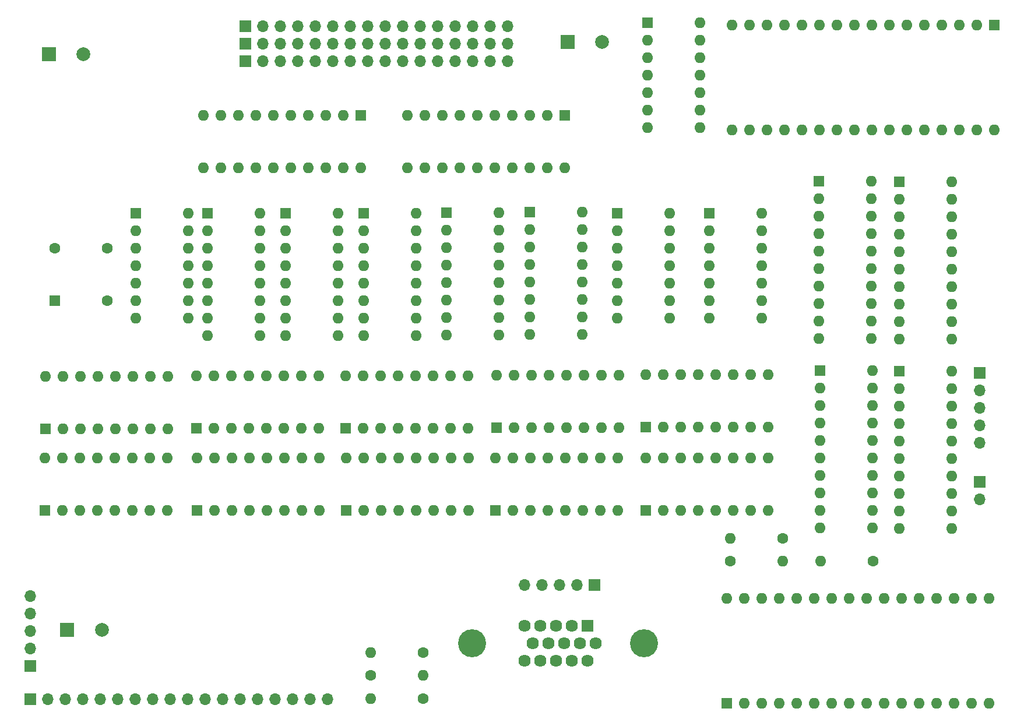
<source format=gts>
%TF.GenerationSoftware,KiCad,Pcbnew,5.1.12-84ad8e8a86~92~ubuntu18.04.1*%
%TF.CreationDate,2022-02-09T16:29:34-05:00*%
%TF.ProjectId,kicad,6b696361-642e-46b6-9963-61645f706362,rev?*%
%TF.SameCoordinates,Original*%
%TF.FileFunction,Soldermask,Top*%
%TF.FilePolarity,Negative*%
%FSLAX46Y46*%
G04 Gerber Fmt 4.6, Leading zero omitted, Abs format (unit mm)*
G04 Created by KiCad (PCBNEW 5.1.12-84ad8e8a86~92~ubuntu18.04.1) date 2022-02-09 16:29:34*
%MOMM*%
%LPD*%
G01*
G04 APERTURE LIST*
%ADD10C,1.600000*%
%ADD11R,1.600000X1.600000*%
%ADD12O,1.600000X1.600000*%
%ADD13O,1.700000X1.700000*%
%ADD14R,1.700000X1.700000*%
%ADD15C,4.066000*%
%ADD16C,1.785000*%
%ADD17R,1.785000X1.785000*%
%ADD18C,2.000000*%
%ADD19R,2.000000X2.000000*%
G04 APERTURE END LIST*
D10*
%TO.C,X1*%
X293370000Y-196951600D03*
X293370000Y-189331600D03*
X285750000Y-189331600D03*
D11*
X285750000Y-196951600D03*
%TD*%
D12*
%TO.C,U27*%
X416102800Y-207162400D03*
X408482800Y-230022400D03*
X416102800Y-209702400D03*
X408482800Y-227482400D03*
X416102800Y-212242400D03*
X408482800Y-224942400D03*
X416102800Y-214782400D03*
X408482800Y-222402400D03*
X416102800Y-217322400D03*
X408482800Y-219862400D03*
X416102800Y-219862400D03*
X408482800Y-217322400D03*
X416102800Y-222402400D03*
X408482800Y-214782400D03*
X416102800Y-224942400D03*
X408482800Y-212242400D03*
X416102800Y-227482400D03*
X408482800Y-209702400D03*
X416102800Y-230022400D03*
D11*
X408482800Y-207162400D03*
%TD*%
D12*
%TO.C,U26*%
X416052000Y-179679600D03*
X408432000Y-202539600D03*
X416052000Y-182219600D03*
X408432000Y-199999600D03*
X416052000Y-184759600D03*
X408432000Y-197459600D03*
X416052000Y-187299600D03*
X408432000Y-194919600D03*
X416052000Y-189839600D03*
X408432000Y-192379600D03*
X416052000Y-192379600D03*
X408432000Y-189839600D03*
X416052000Y-194919600D03*
X408432000Y-187299600D03*
X416052000Y-197459600D03*
X408432000Y-184759600D03*
X416052000Y-199999600D03*
X408432000Y-182219600D03*
X416052000Y-202539600D03*
D11*
X408432000Y-179679600D03*
%TD*%
D12*
%TO.C,U25*%
X404520400Y-207111600D03*
X396900400Y-229971600D03*
X404520400Y-209651600D03*
X396900400Y-227431600D03*
X404520400Y-212191600D03*
X396900400Y-224891600D03*
X404520400Y-214731600D03*
X396900400Y-222351600D03*
X404520400Y-217271600D03*
X396900400Y-219811600D03*
X404520400Y-219811600D03*
X396900400Y-217271600D03*
X404520400Y-222351600D03*
X396900400Y-214731600D03*
X404520400Y-224891600D03*
X396900400Y-212191600D03*
X404520400Y-227431600D03*
X396900400Y-209651600D03*
X404520400Y-229971600D03*
D11*
X396900400Y-207111600D03*
%TD*%
D12*
%TO.C,U24*%
X404368000Y-179578000D03*
X396748000Y-202438000D03*
X404368000Y-182118000D03*
X396748000Y-199898000D03*
X404368000Y-184658000D03*
X396748000Y-197358000D03*
X404368000Y-187198000D03*
X396748000Y-194818000D03*
X404368000Y-189738000D03*
X396748000Y-192278000D03*
X404368000Y-192278000D03*
X396748000Y-189738000D03*
X404368000Y-194818000D03*
X396748000Y-187198000D03*
X404368000Y-197358000D03*
X396748000Y-184658000D03*
X404368000Y-199898000D03*
X396748000Y-182118000D03*
X404368000Y-202438000D03*
D11*
X396748000Y-179578000D03*
%TD*%
D12*
%TO.C,U23*%
X422249600Y-172110400D03*
X384149600Y-156870400D03*
X419709600Y-172110400D03*
X386689600Y-156870400D03*
X417169600Y-172110400D03*
X389229600Y-156870400D03*
X414629600Y-172110400D03*
X391769600Y-156870400D03*
X412089600Y-172110400D03*
X394309600Y-156870400D03*
X409549600Y-172110400D03*
X396849600Y-156870400D03*
X407009600Y-172110400D03*
X399389600Y-156870400D03*
X404469600Y-172110400D03*
X401929600Y-156870400D03*
X401929600Y-172110400D03*
X404469600Y-156870400D03*
X399389600Y-172110400D03*
X407009600Y-156870400D03*
X396849600Y-172110400D03*
X409549600Y-156870400D03*
X394309600Y-172110400D03*
X412089600Y-156870400D03*
X391769600Y-172110400D03*
X414629600Y-156870400D03*
X389229600Y-172110400D03*
X417169600Y-156870400D03*
X386689600Y-172110400D03*
X419709600Y-156870400D03*
X384149600Y-172110400D03*
D11*
X422249600Y-156870400D03*
%TD*%
D12*
%TO.C,U22*%
X388467600Y-184200800D03*
X380847600Y-199440800D03*
X388467600Y-186740800D03*
X380847600Y-196900800D03*
X388467600Y-189280800D03*
X380847600Y-194360800D03*
X388467600Y-191820800D03*
X380847600Y-191820800D03*
X388467600Y-194360800D03*
X380847600Y-189280800D03*
X388467600Y-196900800D03*
X380847600Y-186740800D03*
X388467600Y-199440800D03*
D11*
X380847600Y-184200800D03*
%TD*%
D12*
%TO.C,U21*%
X383387600Y-240182400D03*
X421487600Y-255422400D03*
X385927600Y-240182400D03*
X418947600Y-255422400D03*
X388467600Y-240182400D03*
X416407600Y-255422400D03*
X391007600Y-240182400D03*
X413867600Y-255422400D03*
X393547600Y-240182400D03*
X411327600Y-255422400D03*
X396087600Y-240182400D03*
X408787600Y-255422400D03*
X398627600Y-240182400D03*
X406247600Y-255422400D03*
X401167600Y-240182400D03*
X403707600Y-255422400D03*
X403707600Y-240182400D03*
X401167600Y-255422400D03*
X406247600Y-240182400D03*
X398627600Y-255422400D03*
X408787600Y-240182400D03*
X396087600Y-255422400D03*
X411327600Y-240182400D03*
X393547600Y-255422400D03*
X413867600Y-240182400D03*
X391007600Y-255422400D03*
X416407600Y-240182400D03*
X388467600Y-255422400D03*
X418947600Y-240182400D03*
X385927600Y-255422400D03*
X421487600Y-240182400D03*
D11*
X383387600Y-255422400D03*
%TD*%
D12*
%TO.C,U20*%
X375056400Y-184251600D03*
X367436400Y-199491600D03*
X375056400Y-186791600D03*
X367436400Y-196951600D03*
X375056400Y-189331600D03*
X367436400Y-194411600D03*
X375056400Y-191871600D03*
X367436400Y-191871600D03*
X375056400Y-194411600D03*
X367436400Y-189331600D03*
X375056400Y-196951600D03*
X367436400Y-186791600D03*
X375056400Y-199491600D03*
D11*
X367436400Y-184251600D03*
%TD*%
D12*
%TO.C,U19*%
X362407200Y-184099200D03*
X354787200Y-201879200D03*
X362407200Y-186639200D03*
X354787200Y-199339200D03*
X362407200Y-189179200D03*
X354787200Y-196799200D03*
X362407200Y-191719200D03*
X354787200Y-194259200D03*
X362407200Y-194259200D03*
X354787200Y-191719200D03*
X362407200Y-196799200D03*
X354787200Y-189179200D03*
X362407200Y-199339200D03*
X354787200Y-186639200D03*
X362407200Y-201879200D03*
D11*
X354787200Y-184099200D03*
%TD*%
D12*
%TO.C,U18*%
X379476000Y-156565600D03*
X371856000Y-171805600D03*
X379476000Y-159105600D03*
X371856000Y-169265600D03*
X379476000Y-161645600D03*
X371856000Y-166725600D03*
X379476000Y-164185600D03*
X371856000Y-164185600D03*
X379476000Y-166725600D03*
X371856000Y-161645600D03*
X379476000Y-169265600D03*
X371856000Y-159105600D03*
X379476000Y-171805600D03*
D11*
X371856000Y-156565600D03*
%TD*%
D12*
%TO.C,U17*%
X350316800Y-184150000D03*
X342696800Y-201930000D03*
X350316800Y-186690000D03*
X342696800Y-199390000D03*
X350316800Y-189230000D03*
X342696800Y-196850000D03*
X350316800Y-191770000D03*
X342696800Y-194310000D03*
X350316800Y-194310000D03*
X342696800Y-191770000D03*
X350316800Y-196850000D03*
X342696800Y-189230000D03*
X350316800Y-199390000D03*
X342696800Y-186690000D03*
X350316800Y-201930000D03*
D11*
X342696800Y-184150000D03*
%TD*%
D12*
%TO.C,U16*%
X371602000Y-207721200D03*
X389382000Y-215341200D03*
X374142000Y-207721200D03*
X386842000Y-215341200D03*
X376682000Y-207721200D03*
X384302000Y-215341200D03*
X379222000Y-207721200D03*
X381762000Y-215341200D03*
X381762000Y-207721200D03*
X379222000Y-215341200D03*
X384302000Y-207721200D03*
X376682000Y-215341200D03*
X386842000Y-207721200D03*
X374142000Y-215341200D03*
X389382000Y-207721200D03*
D11*
X371602000Y-215341200D03*
%TD*%
D12*
%TO.C,U15*%
X371652800Y-219760800D03*
X389432800Y-227380800D03*
X374192800Y-219760800D03*
X386892800Y-227380800D03*
X376732800Y-219760800D03*
X384352800Y-227380800D03*
X379272800Y-219760800D03*
X381812800Y-227380800D03*
X381812800Y-219760800D03*
X379272800Y-227380800D03*
X384352800Y-219760800D03*
X376732800Y-227380800D03*
X386892800Y-219760800D03*
X374192800Y-227380800D03*
X389432800Y-219760800D03*
D11*
X371652800Y-227380800D03*
%TD*%
D12*
%TO.C,U14*%
X338226400Y-184200800D03*
X330606400Y-201980800D03*
X338226400Y-186740800D03*
X330606400Y-199440800D03*
X338226400Y-189280800D03*
X330606400Y-196900800D03*
X338226400Y-191820800D03*
X330606400Y-194360800D03*
X338226400Y-194360800D03*
X330606400Y-191820800D03*
X338226400Y-196900800D03*
X330606400Y-189280800D03*
X338226400Y-199440800D03*
X330606400Y-186740800D03*
X338226400Y-201980800D03*
D11*
X330606400Y-184200800D03*
%TD*%
D12*
%TO.C,U13*%
X349910400Y-207772000D03*
X367690400Y-215392000D03*
X352450400Y-207772000D03*
X365150400Y-215392000D03*
X354990400Y-207772000D03*
X362610400Y-215392000D03*
X357530400Y-207772000D03*
X360070400Y-215392000D03*
X360070400Y-207772000D03*
X357530400Y-215392000D03*
X362610400Y-207772000D03*
X354990400Y-215392000D03*
X365150400Y-207772000D03*
X352450400Y-215392000D03*
X367690400Y-207772000D03*
D11*
X349910400Y-215392000D03*
%TD*%
D12*
%TO.C,U12*%
X349758000Y-219760800D03*
X367538000Y-227380800D03*
X352298000Y-219760800D03*
X364998000Y-227380800D03*
X354838000Y-219760800D03*
X362458000Y-227380800D03*
X357378000Y-219760800D03*
X359918000Y-227380800D03*
X359918000Y-219760800D03*
X357378000Y-227380800D03*
X362458000Y-219760800D03*
X354838000Y-227380800D03*
X364998000Y-219760800D03*
X352298000Y-227380800D03*
X367538000Y-219760800D03*
D11*
X349758000Y-227380800D03*
%TD*%
D12*
%TO.C,U11*%
X326948800Y-184200800D03*
X319328800Y-201980800D03*
X326948800Y-186740800D03*
X319328800Y-199440800D03*
X326948800Y-189280800D03*
X319328800Y-196900800D03*
X326948800Y-191820800D03*
X319328800Y-194360800D03*
X326948800Y-194360800D03*
X319328800Y-191820800D03*
X326948800Y-196900800D03*
X319328800Y-189280800D03*
X326948800Y-199440800D03*
X319328800Y-186740800D03*
X326948800Y-201980800D03*
D11*
X319328800Y-184200800D03*
%TD*%
D12*
%TO.C,U10*%
X359816400Y-177647600D03*
X336956400Y-170027600D03*
X357276400Y-177647600D03*
X339496400Y-170027600D03*
X354736400Y-177647600D03*
X342036400Y-170027600D03*
X352196400Y-177647600D03*
X344576400Y-170027600D03*
X349656400Y-177647600D03*
X347116400Y-170027600D03*
X347116400Y-177647600D03*
X349656400Y-170027600D03*
X344576400Y-177647600D03*
X352196400Y-170027600D03*
X342036400Y-177647600D03*
X354736400Y-170027600D03*
X339496400Y-177647600D03*
X357276400Y-170027600D03*
X336956400Y-177647600D03*
D11*
X359816400Y-170027600D03*
%TD*%
D12*
%TO.C,U9*%
X328066400Y-219760800D03*
X345846400Y-227380800D03*
X330606400Y-219760800D03*
X343306400Y-227380800D03*
X333146400Y-219760800D03*
X340766400Y-227380800D03*
X335686400Y-219760800D03*
X338226400Y-227380800D03*
X338226400Y-219760800D03*
X335686400Y-227380800D03*
X340766400Y-219760800D03*
X333146400Y-227380800D03*
X343306400Y-219760800D03*
X330606400Y-227380800D03*
X345846400Y-219760800D03*
D11*
X328066400Y-227380800D03*
%TD*%
D12*
%TO.C,U8*%
X328015600Y-207822800D03*
X345795600Y-215442800D03*
X330555600Y-207822800D03*
X343255600Y-215442800D03*
X333095600Y-207822800D03*
X340715600Y-215442800D03*
X335635600Y-207822800D03*
X338175600Y-215442800D03*
X338175600Y-207822800D03*
X335635600Y-215442800D03*
X340715600Y-207822800D03*
X333095600Y-215442800D03*
X343255600Y-207822800D03*
X330555600Y-215442800D03*
X345795600Y-207822800D03*
D11*
X328015600Y-215442800D03*
%TD*%
D12*
%TO.C,U7*%
X315569600Y-184200800D03*
X307949600Y-201980800D03*
X315569600Y-186740800D03*
X307949600Y-199440800D03*
X315569600Y-189280800D03*
X307949600Y-196900800D03*
X315569600Y-191820800D03*
X307949600Y-194360800D03*
X315569600Y-194360800D03*
X307949600Y-191820800D03*
X315569600Y-196900800D03*
X307949600Y-189280800D03*
X315569600Y-199440800D03*
X307949600Y-186740800D03*
X315569600Y-201980800D03*
D11*
X307949600Y-184200800D03*
%TD*%
D12*
%TO.C,U6*%
X306425600Y-219811600D03*
X324205600Y-227431600D03*
X308965600Y-219811600D03*
X321665600Y-227431600D03*
X311505600Y-219811600D03*
X319125600Y-227431600D03*
X314045600Y-219811600D03*
X316585600Y-227431600D03*
X316585600Y-219811600D03*
X314045600Y-227431600D03*
X319125600Y-219811600D03*
X311505600Y-227431600D03*
X321665600Y-219811600D03*
X308965600Y-227431600D03*
X324205600Y-219811600D03*
D11*
X306425600Y-227431600D03*
%TD*%
D12*
%TO.C,U5*%
X306374800Y-207873600D03*
X324154800Y-215493600D03*
X308914800Y-207873600D03*
X321614800Y-215493600D03*
X311454800Y-207873600D03*
X319074800Y-215493600D03*
X313994800Y-207873600D03*
X316534800Y-215493600D03*
X316534800Y-207873600D03*
X313994800Y-215493600D03*
X319074800Y-207873600D03*
X311454800Y-215493600D03*
X321614800Y-207873600D03*
X308914800Y-215493600D03*
X324154800Y-207873600D03*
D11*
X306374800Y-215493600D03*
%TD*%
D12*
%TO.C,U4*%
X330250800Y-177596800D03*
X307390800Y-169976800D03*
X327710800Y-177596800D03*
X309930800Y-169976800D03*
X325170800Y-177596800D03*
X312470800Y-169976800D03*
X322630800Y-177596800D03*
X315010800Y-169976800D03*
X320090800Y-177596800D03*
X317550800Y-169976800D03*
X317550800Y-177596800D03*
X320090800Y-169976800D03*
X315010800Y-177596800D03*
X322630800Y-169976800D03*
X312470800Y-177596800D03*
X325170800Y-169976800D03*
X309930800Y-177596800D03*
X327710800Y-169976800D03*
X307390800Y-177596800D03*
D11*
X330250800Y-169976800D03*
%TD*%
D12*
%TO.C,U3*%
X305155600Y-184251600D03*
X297535600Y-199491600D03*
X305155600Y-186791600D03*
X297535600Y-196951600D03*
X305155600Y-189331600D03*
X297535600Y-194411600D03*
X305155600Y-191871600D03*
X297535600Y-191871600D03*
X305155600Y-194411600D03*
X297535600Y-189331600D03*
X305155600Y-196951600D03*
X297535600Y-186791600D03*
X305155600Y-199491600D03*
D11*
X297535600Y-184251600D03*
%TD*%
D12*
%TO.C,U2*%
X284378400Y-207924400D03*
X302158400Y-215544400D03*
X286918400Y-207924400D03*
X299618400Y-215544400D03*
X289458400Y-207924400D03*
X297078400Y-215544400D03*
X291998400Y-207924400D03*
X294538400Y-215544400D03*
X294538400Y-207924400D03*
X291998400Y-215544400D03*
X297078400Y-207924400D03*
X289458400Y-215544400D03*
X299618400Y-207924400D03*
X286918400Y-215544400D03*
X302158400Y-207924400D03*
D11*
X284378400Y-215544400D03*
%TD*%
D12*
%TO.C,U1*%
X284327600Y-219760800D03*
X302107600Y-227380800D03*
X286867600Y-219760800D03*
X299567600Y-227380800D03*
X289407600Y-219760800D03*
X297027600Y-227380800D03*
X291947600Y-219760800D03*
X294487600Y-227380800D03*
X294487600Y-219760800D03*
X291947600Y-227380800D03*
X297027600Y-219760800D03*
X289407600Y-227380800D03*
X299567600Y-219760800D03*
X286867600Y-227380800D03*
X302107600Y-219760800D03*
D11*
X284327600Y-227380800D03*
%TD*%
D12*
%TO.C,R6*%
X339293200Y-251409200D03*
D10*
X331673200Y-251409200D03*
%TD*%
D12*
%TO.C,R5*%
X391515600Y-234797600D03*
D10*
X383895600Y-234797600D03*
%TD*%
D12*
%TO.C,R4*%
X397052800Y-234797600D03*
D10*
X404672800Y-234797600D03*
%TD*%
D12*
%TO.C,R3*%
X383895600Y-231495600D03*
D10*
X391515600Y-231495600D03*
%TD*%
D12*
%TO.C,R2*%
X331673200Y-254762000D03*
D10*
X339293200Y-254762000D03*
%TD*%
D12*
%TO.C,R1*%
X331673200Y-248107200D03*
D10*
X339293200Y-248107200D03*
%TD*%
D13*
%TO.C,J9*%
X420116000Y-217576400D03*
X420116000Y-215036400D03*
X420116000Y-212496400D03*
X420116000Y-209956400D03*
D14*
X420116000Y-207416400D03*
%TD*%
D15*
%TO.C,J8*%
X371346200Y-246735600D03*
X346356200Y-246735600D03*
D16*
X354021200Y-249275600D03*
X356311200Y-249275600D03*
X358601200Y-249275600D03*
X360891200Y-249275600D03*
X363181200Y-249275600D03*
X355166200Y-246735600D03*
X357456200Y-246735600D03*
X359746200Y-246735600D03*
X362036200Y-246735600D03*
X364326200Y-246735600D03*
X354021200Y-244195600D03*
X356311200Y-244195600D03*
X358601200Y-244195600D03*
X360891200Y-244195600D03*
D17*
X363181200Y-244195600D03*
%TD*%
D13*
%TO.C,J7*%
X353974400Y-238252000D03*
X356514400Y-238252000D03*
X359054400Y-238252000D03*
X361594400Y-238252000D03*
D14*
X364134400Y-238252000D03*
%TD*%
D13*
%TO.C,J6*%
X351536000Y-162153600D03*
X348996000Y-162153600D03*
X346456000Y-162153600D03*
X343916000Y-162153600D03*
X341376000Y-162153600D03*
X338836000Y-162153600D03*
X336296000Y-162153600D03*
X333756000Y-162153600D03*
X331216000Y-162153600D03*
X328676000Y-162153600D03*
X326136000Y-162153600D03*
X323596000Y-162153600D03*
X321056000Y-162153600D03*
X318516000Y-162153600D03*
X315976000Y-162153600D03*
D14*
X313436000Y-162153600D03*
%TD*%
D13*
%TO.C,J5*%
X420116000Y-225806000D03*
D14*
X420116000Y-223266000D03*
%TD*%
D13*
%TO.C,J4*%
X351536000Y-157073600D03*
X348996000Y-157073600D03*
X346456000Y-157073600D03*
X343916000Y-157073600D03*
X341376000Y-157073600D03*
X338836000Y-157073600D03*
X336296000Y-157073600D03*
X333756000Y-157073600D03*
X331216000Y-157073600D03*
X328676000Y-157073600D03*
X326136000Y-157073600D03*
X323596000Y-157073600D03*
X321056000Y-157073600D03*
X318516000Y-157073600D03*
X315976000Y-157073600D03*
D14*
X313436000Y-157073600D03*
%TD*%
D13*
%TO.C,J3*%
X351536000Y-159613600D03*
X348996000Y-159613600D03*
X346456000Y-159613600D03*
X343916000Y-159613600D03*
X341376000Y-159613600D03*
X338836000Y-159613600D03*
X336296000Y-159613600D03*
X333756000Y-159613600D03*
X331216000Y-159613600D03*
X328676000Y-159613600D03*
X326136000Y-159613600D03*
X323596000Y-159613600D03*
X321056000Y-159613600D03*
X318516000Y-159613600D03*
X315976000Y-159613600D03*
D14*
X313436000Y-159613600D03*
%TD*%
D13*
%TO.C,J2*%
X325374000Y-254863600D03*
X322834000Y-254863600D03*
X320294000Y-254863600D03*
X317754000Y-254863600D03*
X315214000Y-254863600D03*
X312674000Y-254863600D03*
X310134000Y-254863600D03*
X307594000Y-254863600D03*
X305054000Y-254863600D03*
X302514000Y-254863600D03*
X299974000Y-254863600D03*
X297434000Y-254863600D03*
X294894000Y-254863600D03*
X292354000Y-254863600D03*
X289814000Y-254863600D03*
X287274000Y-254863600D03*
X284734000Y-254863600D03*
D14*
X282194000Y-254863600D03*
%TD*%
D13*
%TO.C,J1*%
X282194000Y-239826800D03*
X282194000Y-242366800D03*
X282194000Y-244906800D03*
X282194000Y-247446800D03*
D14*
X282194000Y-249986800D03*
%TD*%
D18*
%TO.C,C3*%
X292578800Y-244805200D03*
D19*
X287578800Y-244805200D03*
%TD*%
D18*
%TO.C,C2*%
X365273600Y-159359600D03*
D19*
X360273600Y-159359600D03*
%TD*%
D18*
%TO.C,C1*%
X289886400Y-161086800D03*
D19*
X284886400Y-161086800D03*
%TD*%
M02*

</source>
